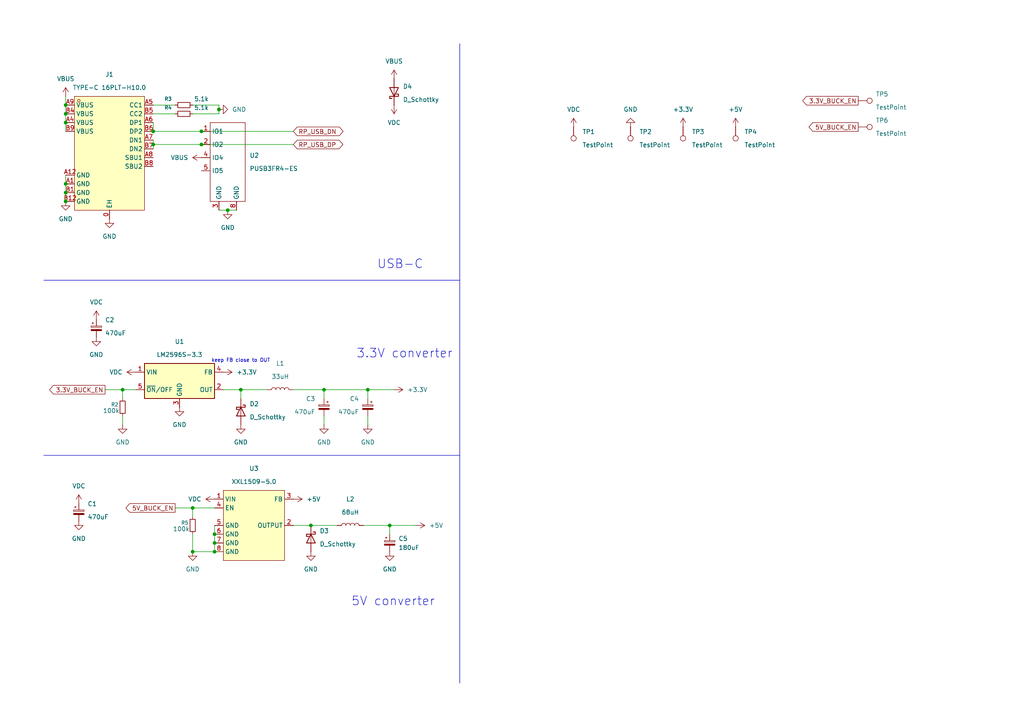
<source format=kicad_sch>
(kicad_sch (version 20250114) (generator "eeschema") (generator_version "9.0")
  (paper "A4")
  (lib_symbols
    (symbol "Connector:TestPoint" (pin_numbers (hide yes)) (pin_names (offset 0.762) (hide yes))
      (property "Reference" "TP" (at 0 6.858 0))
      (property "Value" "TestPoint" (at 0 5.08 0))
      (symbol "TestPoint_0_1"
        (circle (center 0 3.302) (radius 0.762))
      )
      (symbol "TestPoint_1_1"
        (pin passive line (at 0 0 90) (length 2.54) (name "1") (number "1"))
      )
    )
    (symbol "Device:C_Polarized_Small" (pin_numbers (hide yes)) (pin_names (offset 0.254) (hide yes))
      (property "Reference" "C" (at 0.254 1.778 0))
      (property "Value" "C_Polarized_Small" (at 0.254 -2.032 0))
      (symbol "C_Polarized_Small_0_1"
        (rectangle (start -1.524 0.6858) (end 1.524 0.3048))
        (rectangle (start -1.524 -0.3048) (end 1.524 -0.6858) (fill (type outline)))
        (polyline (pts (xy -1.27 1.524) (xy -0.762 1.524)))
        (polyline (pts (xy -1.016 1.27) (xy -1.016 1.778)))
      )
      (symbol "C_Polarized_Small_1_1"
        (pin passive line (at 0 2.54 270) (length 1.8542) (name "~") (number "1"))
        (pin passive line (at 0 -2.54 90) (length 1.8542) (name "~") (number "2"))
      )
    )
    (symbol "Device:D_Schottky" (pin_numbers (hide yes)) (pin_names (offset 1.016) (hide yes))
      (property "Reference" "D" (at 0 2.54 0))
      (property "Value" "D_Schottky" (at 0 -2.54 0))
      (symbol "D_Schottky_0_1"
        (polyline (pts (xy -1.905 0.635) (xy -1.905 1.27) (xy -1.27 1.27) (xy -1.27 -1.27) (xy -0.635 -1.27) (xy -0.635 -0.635)) (stroke (width 0.254)))
        (polyline (pts (xy 1.27 1.27) (xy 1.27 -1.27) (xy -1.27 0) (xy 1.27 1.27)) (stroke (width 0.254)))
        (polyline (pts (xy 1.27 0) (xy -1.27 0)))
      )
      (symbol "D_Schottky_1_1"
        (pin passive line (at -3.81 0 0) (length 2.54) (name "K") (number "1"))
        (pin passive line (at 3.81 0 180) (length 2.54) (name "A") (number "2"))
      )
    )
    (symbol "Device:L" (pin_numbers (hide yes)) (pin_names (offset 1.016) (hide yes))
      (property "Reference" "L" (at -1.27 0 90))
      (property "Value" "L" (at 1.905 0 90))
      (symbol "L_0_1"
        (arc (start 0 2.54) (mid 0.6323 1.905) (end 0 1.27))
        (arc (start 0 1.27) (mid 0.6323 0.635) (end 0 0))
        (arc (start 0 0) (mid 0.6323 -0.635) (end 0 -1.27))
        (arc (start 0 -1.27) (mid 0.6323 -1.905) (end 0 -2.54))
      )
      (symbol "L_1_1"
        (pin passive line (at 0 3.81 270) (length 1.27) (name "1") (number "1"))
        (pin passive line (at 0 -3.81 90) (length 1.27) (name "2") (number "2"))
      )
    )
    (symbol "Device:R_Small" (pin_numbers (hide yes)) (pin_names (offset 0.254) (hide yes))
      (property "Reference" "R" (at 0 0 90))
      (property "Value" "R_Small" (at 1.778 0 90))
      (symbol "R_Small_0_1"
        (rectangle (start -0.762 1.778) (end 0.762 -1.778) (stroke (width 0.2032)))
      )
      (symbol "R_Small_1_1"
        (pin passive line (at 0 2.54 270) (length 0.762) (name "~") (number "1"))
        (pin passive line (at 0 -2.54 90) (length 0.762) (name "~") (number "2"))
      )
    )
    (symbol "EasyEDA:TYPE-C16PLT-H10.0"
      (property "Reference" "J" (at 0 20.32 0))
      (property "Value" "TYPE-C 16PLT-H10.0" (at 0 -22.86 0))
      (symbol "TYPE-C16PLT-H10.0_0_1"
        (rectangle (start -10.16 17.78) (end 10.16 -15.24) (fill (type background)))
        (circle (center -8.89 16.51) (radius 0.38))
        (pin unspecified line (at -12.7 15.24 0) (length 2.54) (name "VBUS") (number "A9"))
        (pin unspecified line (at -12.7 12.7 0) (length 2.54) (name "VBUS") (number "B4"))
        (pin unspecified line (at -12.7 10.16 0) (length 2.54) (name "VBUS") (number "A4"))
        (pin unspecified line (at -12.7 7.62 0) (length 2.54) (name "VBUS") (number "B9"))
        (pin unspecified line (at -12.7 -5.08 0) (length 2.54) (name "GND") (number "A12"))
        (pin unspecified line (at -12.7 -7.62 0) (length 2.54) (name "GND") (number "A1"))
        (pin unspecified line (at -12.7 -10.16 0) (length 2.54) (name "GND") (number "B1"))
        (pin unspecified line (at -12.7 -12.7 0) (length 2.54) (name "GND") (number "B12"))
        (pin unspecified line (at 0 -17.78 90) (length 2.54) (name "EH") (number "0"))
        (pin unspecified line (at 12.7 15.24 180) (length 2.54) (name "CC1") (number "A5"))
        (pin unspecified line (at 12.7 12.7 180) (length 2.54) (name "CC2") (number "B5"))
        (pin unspecified line (at 12.7 10.16 180) (length 2.54) (name "DP1") (number "A6"))
        (pin unspecified line (at 12.7 7.62 180) (length 2.54) (name "DP2") (number "B6"))
        (pin unspecified line (at 12.7 5.08 180) (length 2.54) (name "DN1") (number "A7"))
        (pin unspecified line (at 12.7 2.54 180) (length 2.54) (name "DN2") (number "B7"))
        (pin unspecified line (at 12.7 0 180) (length 2.54) (name "SBU1") (number "A8"))
        (pin unspecified line (at 12.7 -2.54 180) (length 2.54) (name "SBU2") (number "B8"))
      )
    )
    (symbol "EasyEDA:XXL1509-5.0"
      (property "Reference" "U" (at 0 12.7 0))
      (property "Value" "XXL1509-5.0" (at 0 -12.7 0))
      (symbol "XXL1509-5.0_0_1"
        (rectangle (start -8.89 10.16) (end 8.89 -10.16) (fill (type background)))
        (pin unspecified line (at -11.43 7.62 0) (length 2.54) (name "FB") (number "3"))
        (pin unspecified line (at -11.43 0 0) (length 2.54) (name "OUTPUT") (number "2"))
        (pin unspecified line (at 11.43 7.62 180) (length 2.54) (name "VIN") (number "1"))
        (pin unspecified line (at 11.43 5.08 180) (length 2.54) (name "EN") (number "4"))
        (pin unspecified line (at 11.43 0 180) (length 2.54) (name "GND") (number "5"))
        (pin unspecified line (at 11.43 -2.54 180) (length 2.54) (name "GND") (number "6"))
        (pin unspecified line (at 11.43 -5.08 180) (length 2.54) (name "GND") (number "7"))
        (pin unspecified line (at 11.43 -7.62 180) (length 2.54) (name "GND") (number "8"))
      )
    )
    (symbol "ElecSuper:PUSB3FR4-ES"
      (property "Reference" "U" (at 0 2.286 0))
      (property "Value" "PUSB3FR4-ES" (at 0 0 0))
      (symbol "PUSB3FR4-ES_0_1"
        (rectangle (start -5.08 -2.54) (end 5.08 -25.4))
      )
      (symbol "PUSB3FR4-ES_1_1"
        (pin bidirectional line (at -7.62 -5.08 0) (length 2.54) (name "IO1") (number "1"))
        (pin bidirectional line (at -7.62 -8.89 0) (length 2.54) (name "IO2") (number "2"))
        (pin bidirectional line (at -7.62 -12.7 0) (length 2.54) (name "IO4") (number "4"))
        (pin bidirectional line (at -7.62 -16.51 0) (length 2.54) (name "IO5") (number "5"))
        (pin power_out line (at -2.54 -27.94 90) (length 2.54) (name "GND") (number "3"))
        (pin power_out line (at 2.54 -27.94 90) (length 2.54) (name "GND") (number "8"))
      )
    )
    (symbol "Regulator_Switching:LM2596S-3.3"
      (property "Reference" "U" (at -10.16 6.35 0))
      (property "Value" "LM2596S-3.3" (at 0 6.35 0))
      (symbol "LM2596S-3.3_0_1"
        (rectangle (start -10.16 5.08) (end 10.16 -5.08) (stroke (width 0.254)) (fill (type background)))
      )
      (symbol "LM2596S-3.3_1_1"
        (pin power_in line (at -12.7 2.54 0) (length 2.54) (name "VIN") (number "1"))
        (pin input line (at -12.7 -2.54 0) (length 2.54) (name "~{ON}/OFF") (number "5"))
        (pin power_in line (at 0 -7.62 90) (length 2.54) (name "GND") (number "3"))
        (pin input line (at 12.7 2.54 180) (length 2.54) (name "FB") (number "4"))
        (pin output line (at 12.7 -2.54 180) (length 2.54) (name "OUT") (number "2"))
      )
    )
    (symbol "power:+3.3V" (power) (pin_numbers (hide yes)) (pin_names (offset 0) (hide yes))
      (property "Value" "+3.3V" (at 0 3.556 0))
      (symbol "+3.3V_0_1"
        (polyline (pts (xy -0.762 1.27) (xy 0 2.54)))
        (polyline (pts (xy 0 2.54) (xy 0.762 1.27)))
        (polyline (pts (xy 0 0) (xy 0 2.54)))
      )
      (symbol "+3.3V_1_1"
        (pin power_in line (at 0 0 90) (length 0) (name "~") (number "1"))
      )
    )
    (symbol "power:+5V" (power) (pin_numbers (hide yes)) (pin_names (offset 0) (hide yes))
      (property "Value" "+5V" (at 0 3.556 0))
      (symbol "+5V_0_1"
        (polyline (pts (xy -0.762 1.27) (xy 0 2.54)))
        (polyline (pts (xy 0 2.54) (xy 0.762 1.27)))
        (polyline (pts (xy 0 0) (xy 0 2.54)))
      )
      (symbol "+5V_1_1"
        (pin power_in line (at 0 0 90) (length 0) (name "~") (number "1"))
      )
    )
    (symbol "power:GND" (power) (pin_numbers (hide yes)) (pin_names (offset 0) (hide yes))
      (property "Value" "GND" (at 0 -3.81 0))
      (symbol "GND_0_1"
        (polyline (pts (xy 0 0) (xy 0 -1.27) (xy 1.27 -1.27) (xy 0 -2.54) (xy -1.27 -1.27) (xy 0 -1.27)))
      )
      (symbol "GND_1_1"
        (pin power_in line (at 0 0 270) (length 0) (name "~") (number "1"))
      )
    )
    (symbol "power:VBUS" (power) (pin_numbers (hide yes)) (pin_names (offset 0) (hide yes))
      (property "Value" "VBUS" (at 0 3.556 0))
      (symbol "VBUS_0_1"
        (polyline (pts (xy -0.762 1.27) (xy 0 2.54)))
        (polyline (pts (xy 0 2.54) (xy 0.762 1.27)))
        (polyline (pts (xy 0 0) (xy 0 2.54)))
      )
      (symbol "VBUS_1_1"
        (pin power_in line (at 0 0 90) (length 0) (name "~") (number "1"))
      )
    )
    (symbol "power:VDC" (power) (pin_numbers (hide yes)) (pin_names (offset 0) (hide yes))
      (property "Value" "VDC" (at 0 3.556 0))
      (symbol "VDC_0_1"
        (polyline (pts (xy -0.762 1.27) (xy 0 2.54)))
        (polyline (pts (xy 0 2.54) (xy 0.762 1.27)))
        (polyline (pts (xy 0 0) (xy 0 2.54)))
      )
      (symbol "VDC_1_1"
        (pin power_in line (at 0 0 90) (length 0) (name "~") (number "1"))
      )
    )
  )
  (text "3.3V converter" (at 117.348 102.616 0) (effects (font (size 2.54 2.54))))
  (text "5V converter" (at 114.046 174.498 0) (effects (font (size 2.54 2.54))))
  (text "USB-C" (at 116.078 76.708 0) (effects (font (size 2.54 2.54))))
  (text "keep FB close to OUT" (at 69.85 104.648 0) (effects (font (size 1.016 1.016))))
  (junction (at 62.23 157.48))
  (junction (at 58.42 38.1))
  (junction (at 19.05 33.02))
  (junction (at 44.45 38.1))
  (junction (at 19.05 55.88))
  (junction (at 90.17 152.4))
  (junction (at 62.23 160.02))
  (junction (at 19.05 30.48))
  (junction (at 44.45 41.91))
  (junction (at 19.05 58.42))
  (junction (at 19.05 53.34))
  (junction (at 113.03 152.4))
  (junction (at 35.56 113.03))
  (junction (at 55.88 147.32))
  (junction (at 19.05 35.56))
  (junction (at 106.68 113.03))
  (junction (at 58.42 41.91))
  (junction (at 93.98 113.03))
  (junction (at 55.88 160.02))
  (junction (at 66.04 60.96))
  (junction (at 69.85 113.03))
  (junction (at 62.23 154.94))
  (junction (at 63.5 31.75))
  (wire (pts (xy 93.98 123.19) (xy 93.98 120.65)))
  (wire (pts (xy 106.68 113.03) (xy 114.3 113.03)))
  (polyline (pts (xy 12.7 132.08) (xy 133.35 132.08)))
  (wire (pts (xy 19.05 55.88) (xy 19.05 58.42)))
  (wire (pts (xy 93.98 113.03) (xy 106.68 113.03)))
  (wire (pts (xy 35.56 113.03) (xy 39.37 113.03)))
  (wire (pts (xy 55.88 30.48) (xy 63.5 30.48)))
  (wire (pts (xy 58.42 41.91) (xy 85.09 41.91)))
  (wire (pts (xy 44.45 41.91) (xy 44.45 43.18)))
  (wire (pts (xy 63.5 30.48) (xy 63.5 31.75)))
  (wire (pts (xy 63.5 33.02) (xy 63.5 31.75)))
  (wire (pts (xy 35.56 113.03) (xy 35.56 115.57)))
  (wire (pts (xy 64.77 113.03) (xy 69.85 113.03)))
  (wire (pts (xy 69.85 115.57) (xy 69.85 113.03)))
  (wire (pts (xy 35.56 120.65) (xy 35.56 123.19)))
  (wire (pts (xy 44.45 41.91) (xy 58.42 41.91)))
  (wire (pts (xy 105.41 152.4) (xy 113.03 152.4)))
  (wire (pts (xy 90.17 152.4) (xy 97.79 152.4)))
  (polyline (pts (xy 133.35 81.28) (xy 133.35 132.08)))
  (wire (pts (xy 44.45 38.1) (xy 44.45 35.56)))
  (wire (pts (xy 19.05 50.8) (xy 19.05 53.34)))
  (wire (pts (xy 19.05 27.94) (xy 19.05 30.48)))
  (wire (pts (xy 113.03 154.94) (xy 113.03 152.4)))
  (wire (pts (xy 85.09 113.03) (xy 93.98 113.03)))
  (wire (pts (xy 19.05 33.02) (xy 19.05 35.56)))
  (wire (pts (xy 106.68 113.03) (xy 106.68 115.57)))
  (wire (pts (xy 55.88 33.02) (xy 63.5 33.02)))
  (wire (pts (xy 62.23 160.02) (xy 62.23 157.48)))
  (wire (pts (xy 106.68 123.19) (xy 106.68 120.65)))
  (wire (pts (xy 62.23 152.4) (xy 62.23 154.94)))
  (wire (pts (xy 69.85 113.03) (xy 77.47 113.03)))
  (wire (pts (xy 50.8 147.32) (xy 55.88 147.32)))
  (polyline (pts (xy 133.35 132.08) (xy 133.35 198.12)))
  (wire (pts (xy 85.09 152.4) (xy 90.17 152.4)))
  (wire (pts (xy 93.98 113.03) (xy 93.98 115.57)))
  (wire (pts (xy 62.23 157.48) (xy 62.23 154.94)))
  (wire (pts (xy 58.42 38.1) (xy 85.09 38.1)))
  (polyline (pts (xy 12.7 81.28) (xy 133.35 81.28)))
  (wire (pts (xy 19.05 53.34) (xy 19.05 55.88)))
  (wire (pts (xy 55.88 160.02) (xy 62.23 160.02)))
  (wire (pts (xy 44.45 33.02) (xy 50.8 33.02)))
  (wire (pts (xy 113.03 152.4) (xy 120.65 152.4)))
  (wire (pts (xy 55.88 160.02) (xy 55.88 154.94)))
  (wire (pts (xy 30.48 113.03) (xy 35.56 113.03)))
  (wire (pts (xy 55.88 147.32) (xy 55.88 149.86)))
  (wire (pts (xy 19.05 30.48) (xy 19.05 33.02)))
  (wire (pts (xy 44.45 30.48) (xy 50.8 30.48)))
  (wire (pts (xy 66.04 60.96) (xy 68.58 60.96)))
  (wire (pts (xy 44.45 38.1) (xy 58.42 38.1)))
  (wire (pts (xy 44.45 40.64) (xy 44.45 41.91)))
  (wire (pts (xy 19.05 35.56) (xy 19.05 38.1)))
  (wire (pts (xy 63.5 60.96) (xy 66.04 60.96)))
  (wire (pts (xy 55.88 147.32) (xy 62.23 147.32)))
  (polyline (pts (xy 133.35 12.7) (xy 133.35 81.28)))
  (global_label "3.3V_BUCK_EN" (shape output) (at 248.92 29.21 180) (property "Intersheetrefs" "${INTERSHEET_REFS}" (effects (hide yes))))
  (global_label "5V_BUCK_EN" (shape output) (at 50.8 147.32 180) (property "Intersheetrefs" "${INTERSHEET_REFS}" (effects (hide yes))))
  (global_label "RP_USB_DP" (shape bidirectional) (at 85.09 41.91 0) (property "Intersheetrefs" "${INTERSHEET_REFS}" (effects (hide yes))))
  (global_label "5V_BUCK_EN" (shape output) (at 248.92 36.83 180) (property "Intersheetrefs" "${INTERSHEET_REFS}" (effects (hide yes))))
  (global_label "3.3V_BUCK_EN" (shape output) (at 30.48 113.03 180) (property "Intersheetrefs" "${INTERSHEET_REFS}" (effects (hide yes))))
  (global_label "RP_USB_DN" (shape bidirectional) (at 85.09 38.1 0) (property "Intersheetrefs" "${INTERSHEET_REFS}" (effects (hide yes))))
  (symbol (lib_id "power:GND") (at 63.5 31.75 90) (unit 1)
    (property "Reference" "#PWR016" (effects (hide yes)))
    (property "Value" "GND" (at 67.31 31.7499 90) (effects (justify right)))
    (property "Description" "Power symbol creates a global label with name \"GND\" , ground" (effects (hide yes)))
  )
  (symbol (lib_id "power:GND") (at 52.07 118.11 0) (unit 1)
    (property "Reference" "#PWR012" (effects (hide yes)))
    (property "Value" "GND" (at 52.07 123.19 0))
    (property "Description" "Power symbol creates a global label with name \"GND\" , ground" (effects (hide yes)))
  )
  (symbol (lib_id "ElecSuper:PUSB3FR4-ES") (at 66.04 33.02 0) (unit 1)
    (property "Reference" "U2" (at 72.39 45.0849 0) (effects (justify left)))
    (property "Value" "PUSB3FR4-ES" (at 72.39 48.8949 0) (effects (justify left)))
    (property "Footprint" "Package_DFN_QFN:Diodes_UDFN-10_1.0x2.5mm_P0.5mm" (effects (hide yes)))
  )
  (symbol (lib_id "power:GND") (at 106.68 123.19 0) (unit 1)
    (property "Reference" "#PWR023" (effects (hide yes)))
    (property "Value" "GND" (at 106.68 128.27 0))
    (property "Description" "Power symbol creates a global label with name \"GND\" , ground" (effects (hide yes)))
  )
  (symbol (lib_id "power:VDC") (at 27.94 92.71 0) (unit 1)
    (property "Reference" "#PWR07" (effects (hide yes)))
    (property "Value" "VDC" (at 27.94 87.63 0))
    (property "Description" "Power symbol creates a global label with name \"VDC\"" (effects (hide yes)))
  )
  (symbol (lib_id "EasyEDA:TYPE-C16PLT-H10.0") (at 31.75 45.72 0) (unit 1)
    (property "Reference" "J1" (at 31.75 21.59 0))
    (property "Value" "TYPE-C 16PLT-H10.0" (at 31.75 25.4 0))
    (property "Footprint" "easyeda2kicad:TYPE-C-SMD_USB4120-03-C" (effects (hide yes)))
    (property "LCSC Part" "C3151749" (effects (hide yes)))
  )
  (symbol (lib_id "power:GND") (at 66.04 60.96 0) (unit 1)
    (property "Reference" "#PWR018" (effects (hide yes)))
    (property "Value" "GND" (at 66.04 66.04 0))
    (property "Description" "Power symbol creates a global label with name \"GND\" , ground" (effects (hide yes)))
  )
  (symbol (lib_id "power:GND") (at 22.86 151.13 0) (unit 1)
    (property "Reference" "#PWR06" (effects (hide yes)))
    (property "Value" "GND" (at 22.86 156.21 0))
    (property "Description" "Power symbol creates a global label with name \"GND\" , ground" (effects (hide yes)))
  )
  (symbol (lib_id "power:GND") (at 113.03 160.02 0) (unit 1)
    (property "Reference" "#PWR024" (effects (hide yes)))
    (property "Value" "GND" (at 113.03 165.1 0))
    (property "Description" "Power symbol creates a global label with name \"GND\" , ground" (effects (hide yes)))
  )
  (symbol (lib_id "power:+5V") (at 85.09 144.78 270) (unit 1)
    (property "Reference" "#PWR020" (effects (hide yes)))
    (property "Value" "+5V" (at 88.9 144.7799 90) (effects (justify left)))
    (property "Description" "Power symbol creates a global label with name \"+5V\"" (effects (hide yes)))
  )
  (symbol (lib_id "power:+5V") (at 120.65 152.4 270) (unit 1)
    (property "Reference" "#PWR028" (effects (hide yes)))
    (property "Value" "+5V" (at 124.46 152.3999 90) (effects (justify left)))
    (property "Description" "Power symbol creates a global label with name \"+5V\"" (effects (hide yes)))
  )
  (symbol (lib_id "Device:R_Small") (at 55.88 152.4 180) (unit 1)
    (property "Reference" "R5" (at 53.594 151.638 0) (effects (font (size 1.016 1.016))))
    (property "Value" "100k" (at 52.578 153.416 0))
    (property "Footprint" "Resistor_SMD:R_0402_1005Metric_Pad0.72x0.64mm_HandSolder" (effects (hide yes)))
    (property "Description" "Resistor, small symbol" (effects (hide yes)))
  )
  (symbol (lib_id "power:VBUS") (at 114.3 22.86 0) (unit 1)
    (property "Reference" "#PWR025" (effects (hide yes)))
    (property "Value" "VBUS" (at 114.3 17.78 0))
    (property "Description" "Power symbol creates a global label with name \"VBUS\"" (effects (hide yes)))
  )
  (symbol (lib_id "Connector:TestPoint") (at 248.92 36.83 270) (unit 1)
    (property "Reference" "TP6" (at 254 34.9249 90) (effects (justify left)))
    (property "Value" "TestPoint" (at 254 38.7349 90) (effects (justify left)))
    (property "Footprint" "TestPoint:TestPoint_Pad_D3.0mm" (effects (hide yes)))
    (property "Description" "test point" (effects (hide yes)))
  )
  (symbol (lib_id "Connector:TestPoint") (at 248.92 29.21 270) (unit 1)
    (property "Reference" "TP5" (at 254 27.3049 90) (effects (justify left)))
    (property "Value" "TestPoint" (at 254 31.1149 90) (effects (justify left)))
    (property "Footprint" "TestPoint:TestPoint_Pad_D3.0mm" (effects (hide yes)))
    (property "Description" "test point" (effects (hide yes)))
  )
  (symbol (lib_id "power:+3.3V") (at 198.12 36.83 0) (unit 1)
    (property "Reference" "#PWR031" (effects (hide yes)))
    (property "Value" "+3.3V" (at 198.12 31.75 0))
    (property "Description" "Power symbol creates a global label with name \"+3.3V\"" (effects (hide yes)))
  )
  (symbol (lib_id "Device:C_Polarized_Small") (at 106.68 118.11 0) (mirror y) (unit 1)
    (property "Reference" "C4" (at 104.14 115.6588 0) (effects (justify left)))
    (property "Value" "470uF" (at 104.14 119.4688 0) (effects (justify left)))
    (property "Footprint" "Capacitor_THT:CP_Radial_D17.0mm_P7.50mm" (effects (hide yes)))
    (property "Description" "Polarized capacitor, small symbol" (effects (hide yes)))
  )
  (symbol (lib_id "power:GND") (at 19.05 58.42 0) (unit 1)
    (property "Reference" "#PWR04" (effects (hide yes)))
    (property "Value" "GND" (at 19.05 63.5 0))
    (property "Description" "Power symbol creates a global label with name \"GND\" , ground" (effects (hide yes)))
  )
  (symbol (lib_id "Connector:TestPoint") (at 182.88 36.83 180) (unit 1)
    (property "Reference" "TP2" (at 185.42 38.2269 0) (effects (justify right)))
    (property "Value" "TestPoint" (at 185.42 42.0369 0) (effects (justify right)))
    (property "Footprint" "tobycms-cursed:TestPoint_Pad_D10.0mm" (effects (hide yes)))
    (property "Description" "test point" (effects (hide yes)))
  )
  (symbol (lib_id "Device:C_Polarized_Small") (at 22.86 148.59 0) (unit 1)
    (property "Reference" "C1" (at 25.4 146.1388 0) (effects (justify left)))
    (property "Value" "470uF" (at 25.4 149.9488 0) (effects (justify left)))
    (property "Footprint" "Capacitor_THT:CP_Radial_D17.0mm_P7.50mm" (effects (hide yes)))
    (property "Description" "Polarized capacitor, small symbol" (effects (hide yes)))
  )
  (symbol (lib_id "power:GND") (at 69.85 123.19 0) (unit 1)
    (property "Reference" "#PWR019" (effects (hide yes)))
    (property "Value" "GND" (at 69.85 128.27 0))
    (property "Description" "Power symbol creates a global label with name \"GND\" , ground" (effects (hide yes)))
  )
  (symbol (lib_id "power:+5V") (at 213.36 36.83 0) (unit 1)
    (property "Reference" "#PWR032" (effects (hide yes)))
    (property "Value" "+5V" (at 213.36 31.75 0))
    (property "Description" "Power symbol creates a global label with name \"+5V\"" (effects (hide yes)))
  )
  (symbol (lib_id "power:+3.3V") (at 114.3 113.03 270) (unit 1)
    (property "Reference" "#PWR027" (effects (hide yes)))
    (property "Value" "+3.3V" (at 118.11 113.0299 90) (effects (justify left)))
    (property "Description" "Power symbol creates a global label with name \"+3.3V\"" (effects (hide yes)))
  )
  (symbol (lib_id "power:GND") (at 93.98 123.19 0) (unit 1)
    (property "Reference" "#PWR022" (effects (hide yes)))
    (property "Value" "GND" (at 93.98 128.27 0))
    (property "Description" "Power symbol creates a global label with name \"GND\" , ground" (effects (hide yes)))
  )
  (symbol (lib_id "power:GND") (at 55.88 160.02 0) (mirror y) (unit 1)
    (property "Reference" "#PWR013" (effects (hide yes)))
    (property "Value" "GND" (at 55.88 165.1 0))
    (property "Description" "Power symbol creates a global label with name \"GND\" , ground" (effects (hide yes)))
  )
  (symbol (lib_id "power:GND") (at 31.75 63.5 0) (unit 1)
    (property "Reference" "#PWR09" (effects (hide yes)))
    (property "Value" "GND" (at 31.75 68.58 0))
    (property "Description" "Power symbol creates a global label with name \"GND\" , ground" (effects (hide yes)))
  )
  (symbol (lib_id "Device:R_Small") (at 53.34 30.48 90) (unit 1)
    (property "Reference" "R3" (at 48.768 28.702 90) (effects (font (size 1.016 1.016))))
    (property "Value" "5.1k" (at 58.42 28.702 90))
    (property "Footprint" "Resistor_SMD:R_0402_1005Metric_Pad0.72x0.64mm_HandSolder" (effects (hide yes)))
    (property "Description" "Resistor, small symbol" (effects (hide yes)))
  )
  (symbol (lib_id "power:GND") (at 182.88 36.83 180) (unit 1)
    (property "Reference" "#PWR030" (effects (hide yes)))
    (property "Value" "GND" (at 182.88 31.75 0))
    (property "Description" "Power symbol creates a global label with name \"GND\" , ground" (effects (hide yes)))
  )
  (symbol (lib_id "Connector:TestPoint") (at 166.37 36.83 180) (unit 1)
    (property "Reference" "TP1" (at 168.91 38.2269 0) (effects (justify right)))
    (property "Value" "TestPoint" (at 168.91 42.0369 0) (effects (justify right)))
    (property "Footprint" "tobycms-cursed:TestPoint_Pad_D10.0mm" (effects (hide yes)))
    (property "Description" "test point" (effects (hide yes)))
  )
  (symbol (lib_id "power:VDC") (at 22.86 146.05 0) (unit 1)
    (property "Reference" "#PWR05" (effects (hide yes)))
    (property "Value" "VDC" (at 22.86 140.97 0))
    (property "Description" "Power symbol creates a global label with name \"VDC\"" (effects (hide yes)))
  )
  (symbol (lib_id "power:+3.3V") (at 64.77 107.95 270) (unit 1)
    (property "Reference" "#PWR017" (effects (hide yes)))
    (property "Value" "+3.3V" (at 68.58 107.9499 90) (effects (justify left)))
    (property "Description" "Power symbol creates a global label with name \"+3.3V\"" (effects (hide yes)))
  )
  (symbol (lib_id "Device:D_Schottky") (at 69.85 119.38 270) (unit 1)
    (property "Reference" "D2" (at 72.39 117.1574 90) (effects (justify left)))
    (property "Value" "D_Schottky" (at 72.39 120.9674 90) (effects (justify left)))
    (property "Footprint" "Diode_SMD:D_SMB_Handsoldering" (effects (hide yes)))
    (property "Description" "Schottky diode" (effects (hide yes)))
  )
  (symbol (lib_id "Connector:TestPoint") (at 213.36 36.83 180) (unit 1)
    (property "Reference" "TP4" (at 215.9 38.2269 0) (effects (justify right)))
    (property "Value" "TestPoint" (at 215.9 42.0369 0) (effects (justify right)))
    (property "Footprint" "TestPoint:TestPoint_Pad_D4.0mm" (effects (hide yes)))
    (property "Description" "test point" (effects (hide yes)))
  )
  (symbol (lib_id "Device:R_Small") (at 35.56 118.11 180) (unit 1)
    (property "Reference" "R2" (at 33.274 117.348 0) (effects (font (size 1.016 1.016))))
    (property "Value" "100k" (at 32.258 119.126 0))
    (property "Footprint" "Resistor_SMD:R_0402_1005Metric_Pad0.72x0.64mm_HandSolder" (effects (hide yes)))
    (property "Description" "Resistor, small symbol" (effects (hide yes)))
  )
  (symbol (lib_id "power:VBUS") (at 19.05 27.94 0) (unit 1)
    (property "Reference" "#PWR03" (effects (hide yes)))
    (property "Value" "VBUS" (at 19.05 22.86 0))
    (property "Description" "Power symbol creates a global label with name \"VBUS\"" (effects (hide yes)))
  )
  (symbol (lib_id "Device:D_Schottky") (at 114.3 26.67 90) (unit 1)
    (property "Reference" "D4" (at 116.84 25.0824 90) (effects (justify right)))
    (property "Value" "D_Schottky" (at 116.84 28.8924 90) (effects (justify right)))
    (property "Footprint" "Diode_SMD:D_SMB_Handsoldering" (effects (hide yes)))
    (property "Description" "Schottky diode" (effects (hide yes)))
  )
  (symbol (lib_id "Device:C_Polarized_Small") (at 93.98 118.11 0) (mirror y) (unit 1)
    (property "Reference" "C3" (at 91.44 115.6588 0) (effects (justify left)))
    (property "Value" "470uF" (at 91.44 119.4688 0) (effects (justify left)))
    (property "Footprint" "Capacitor_THT:CP_Radial_D17.0mm_P7.50mm" (effects (hide yes)))
    (property "Description" "Polarized capacitor, small symbol" (effects (hide yes)))
  )
  (symbol (lib_id "power:VDC") (at 114.3 30.48 180) (unit 1)
    (property "Reference" "#PWR026" (effects (hide yes)))
    (property "Value" "VDC" (at 114.3 35.56 0))
    (property "Description" "Power symbol creates a global label with name \"VDC\"" (effects (hide yes)))
  )
  (symbol (lib_id "power:GND") (at 27.94 97.79 0) (unit 1)
    (property "Reference" "#PWR08" (effects (hide yes)))
    (property "Value" "GND" (at 27.94 102.87 0))
    (property "Description" "Power symbol creates a global label with name \"GND\" , ground" (effects (hide yes)))
  )
  (symbol (lib_id "EasyEDA:XXL1509-5.0") (at 73.66 152.4 0) (mirror y) (unit 1)
    (property "Reference" "U3" (at 73.66 135.89 0))
    (property "Value" "XXL1509-5.0" (at 73.66 139.7 0))
    (property "Footprint" "easyeda2kicad:SOIC-8_L4.9-W3.9-P1.27-LS6.0-BL" (effects (hide yes)))
    (property "LCSC Part" "C42376977" (effects (hide yes)))
  )
  (symbol (lib_id "power:VDC") (at 62.23 144.78 90) (unit 1)
    (property "Reference" "#PWR015" (effects (hide yes)))
    (property "Value" "VDC" (at 58.42 144.7799 90) (effects (justify left)))
    (property "Description" "Power symbol creates a global label with name \"VDC\"" (effects (hide yes)))
  )
  (symbol (lib_id "Connector:TestPoint") (at 198.12 36.83 180) (unit 1)
    (property "Reference" "TP3" (at 200.66 38.2269 0) (effects (justify right)))
    (property "Value" "TestPoint" (at 200.66 42.0369 0) (effects (justify right)))
    (property "Footprint" "TestPoint:TestPoint_Pad_D4.0mm" (effects (hide yes)))
    (property "Description" "test point" (effects (hide yes)))
  )
  (symbol (lib_id "Regulator_Switching:LM2596S-3.3") (at 52.07 110.49 0) (unit 1)
    (property "Reference" "U1" (at 52.07 99.06 0))
    (property "Value" "LM2596S-3.3" (at 52.07 102.87 0))
    (property "Footprint" "Package_TO_SOT_SMD:TO-263-5_TabPin3" (effects (hide yes)))
    (property "Datasheet" "http://www.ti.com/lit/ds/symlink/lm2596.pdf" (effects (hide yes)))
    (property "Description" "3.3V 3A Step-Down Voltage Regulator, TO-263" (effects (hide yes)))
  )
  (symbol (lib_id "Device:L") (at 101.6 152.4 90) (unit 1)
    (property "Reference" "L2" (at 101.6 144.78 90))
    (property "Value" "68uH" (at 101.6 148.59 90))
    (property "Footprint" "easyeda2kicad:IND-SMD_L8.0-W8.0-1" (effects (hide yes)))
    (property "Description" "Inductor" (effects (hide yes)))
  )
  (symbol (lib_id "power:GND") (at 90.17 160.02 0) (unit 1)
    (property "Reference" "#PWR021" (effects (hide yes)))
    (property "Value" "GND" (at 90.17 165.1 0))
    (property "Description" "Power symbol creates a global label with name \"GND\" , ground" (effects (hide yes)))
  )
  (symbol (lib_id "power:VDC") (at 166.37 36.83 0) (unit 1)
    (property "Reference" "#PWR029" (effects (hide yes)))
    (property "Value" "VDC" (at 166.37 31.75 0))
    (property "Description" "Power symbol creates a global label with name \"VDC\"" (effects (hide yes)))
  )
  (symbol (lib_id "power:VBUS") (at 58.42 45.72 90) (unit 1)
    (property "Reference" "#PWR014" (effects (hide yes)))
    (property "Value" "VBUS" (at 54.61 45.7199 90) (effects (justify left)))
    (property "Description" "Power symbol creates a global label with name \"VBUS\"" (effects (hide yes)))
  )
  (symbol (lib_id "power:GND") (at 35.56 123.19 0) (unit 1)
    (property "Reference" "#PWR010" (effects (hide yes)))
    (property "Value" "GND" (at 35.56 128.27 0))
    (property "Description" "Power symbol creates a global label with name \"GND\" , ground" (effects (hide yes)))
  )
  (symbol (lib_id "Device:L") (at 81.28 113.03 90) (unit 1)
    (property "Reference" "L1" (at 81.28 105.41 90))
    (property "Value" "33uH" (at 81.28 109.22 90))
    (property "Description" "Inductor" (effects (hide yes)))
  )
  (symbol (lib_id "Device:C_Polarized_Small") (at 27.94 95.25 0) (unit 1)
    (property "Reference" "C2" (at 30.48 92.7988 0) (effects (justify left)))
    (property "Value" "470uF" (at 30.48 96.6088 0) (effects (justify left)))
    (property "Footprint" "Capacitor_THT:CP_Radial_D17.0mm_P7.50mm" (effects (hide yes)))
    (property "Description" "Polarized capacitor, small symbol" (effects (hide yes)))
  )
  (symbol (lib_id "Device:D_Schottky") (at 90.17 156.21 270) (unit 1)
    (property "Reference" "D3" (at 92.71 153.9874 90) (effects (justify left)))
    (property "Value" "D_Schottky" (at 92.71 157.7974 90) (effects (justify left)))
    (property "Footprint" "Diode_SMD:D_SMB_Handsoldering" (effects (hide yes)))
    (property "Description" "Schottky diode" (effects (hide yes)))
  )
  (symbol (lib_id "Device:C_Polarized_Small") (at 113.03 157.48 0) (unit 1)
    (property "Reference" "C5" (at 115.57 156.21 0) (effects (justify left)))
    (property "Value" "180uF" (at 115.57 158.8388 0) (effects (justify left)))
    (property "Footprint" "Capacitor_THT:CP_Radial_D8.0mm_P5.00mm" (effects (hide yes)))
    (property "Description" "Polarized capacitor, small symbol" (effects (hide yes)))
  )
  (symbol (lib_id "power:VDC") (at 39.37 107.95 90) (unit 1)
    (property "Reference" "#PWR011" (effects (hide yes)))
    (property "Value" "VDC" (at 35.56 107.9499 90) (effects (justify left)))
    (property "Description" "Power symbol creates a global label with name \"VDC\"" (effects (hide yes)))
  )
  (symbol (lib_id "Device:R_Small") (at 53.34 33.02 90) (unit 1)
    (property "Reference" "R4" (at 48.768 31.242 90) (effects (font (size 1.016 1.016))))
    (property "Value" "5.1k" (at 58.42 31.242 90))
    (property "Footprint" "Resistor_SMD:R_0402_1005Metric_Pad0.72x0.64mm_HandSolder" (effects (hide yes)))
    (property "Description" "Resistor, small symbol" (effects (hide yes)))
  )
)
</source>
